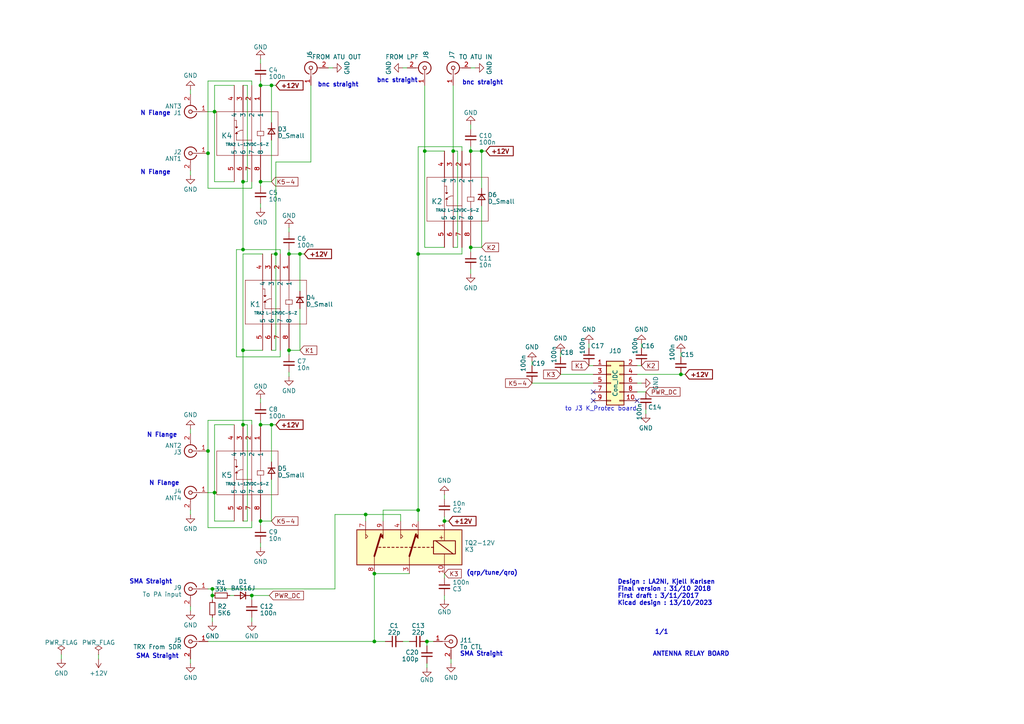
<source format=kicad_sch>
(kicad_sch (version 20230121) (generator eeschema)
  (paper "A4")
  (lib_symbols
    (symbol "Connector:Conn_Coaxial" (pin_names (offset 1.016) hide)
      (property "Reference" "J" (at 0.254 3.048 0))
      (property "Value" "Conn_Coaxial" (at 2.921 0 90))
      (symbol "Conn_Coaxial_0_1"
        (arc (start -1.778 -0.508) (mid 0.2311 -1.8066) (end 1.778 0) (stroke (width 0.254)))
        (polyline (pts (xy -2.54 0) (xy -0.508 0)))
        (polyline (pts (xy 0 -2.54) (xy 0 -1.778)))
        (circle (center 0 0) (radius 0.508) (stroke (width 0.2032)))
        (arc (start 1.778 0) (mid 0.2099 1.8101) (end -1.778 0.508) (stroke (width 0.254)))
      )
      (symbol "Conn_Coaxial_1_1"
        (pin passive line (at -5.08 0 0) (length 2.54) (name "In") (number "1"))
        (pin passive line (at 0 -5.08 90) (length 2.54) (name "Ext") (number "2"))
      )
    )
    (symbol "Connector_Generic:Conn_02x05_Odd_Even" (pin_names (offset 1.016) hide)
      (property "Reference" "J" (at 1.27 7.62 0))
      (property "Value" "Conn_02x05_Odd_Even" (at 1.27 -7.62 0))
      (symbol "Conn_02x05_Odd_Even_1_1"
        (rectangle (start -1.27 -4.953) (end 0 -5.207) (stroke (width 0.1524)))
        (rectangle (start -1.27 -2.413) (end 0 -2.667) (stroke (width 0.1524)))
        (rectangle (start -1.27 0.127) (end 0 -0.127) (stroke (width 0.1524)))
        (rectangle (start -1.27 2.667) (end 0 2.413) (stroke (width 0.1524)))
        (rectangle (start -1.27 5.207) (end 0 4.953) (stroke (width 0.1524)))
        (rectangle (start -1.27 6.35) (end 3.81 -6.35) (stroke (width 0.254)) (fill (type background)))
        (rectangle (start 3.81 -4.953) (end 2.54 -5.207) (stroke (width 0.1524)))
        (rectangle (start 3.81 -2.413) (end 2.54 -2.667) (stroke (width 0.1524)))
        (rectangle (start 3.81 0.127) (end 2.54 -0.127) (stroke (width 0.1524)))
        (rectangle (start 3.81 2.667) (end 2.54 2.413) (stroke (width 0.1524)))
        (rectangle (start 3.81 5.207) (end 2.54 4.953) (stroke (width 0.1524)))
        (pin passive line (at -5.08 5.08 0) (length 3.81) (name "Pin_1") (number "1"))
        (pin passive line (at 7.62 -5.08 180) (length 3.81) (name "Pin_10") (number "10"))
        (pin passive line (at 7.62 5.08 180) (length 3.81) (name "Pin_2") (number "2"))
        (pin passive line (at -5.08 2.54 0) (length 3.81) (name "Pin_3") (number "3"))
        (pin passive line (at 7.62 2.54 180) (length 3.81) (name "Pin_4") (number "4"))
        (pin passive line (at -5.08 0 0) (length 3.81) (name "Pin_5") (number "5"))
        (pin passive line (at 7.62 0 180) (length 3.81) (name "Pin_6") (number "6"))
        (pin passive line (at -5.08 -2.54 0) (length 3.81) (name "Pin_7") (number "7"))
        (pin passive line (at 7.62 -2.54 180) (length 3.81) (name "Pin_8") (number "8"))
        (pin passive line (at -5.08 -5.08 0) (length 3.81) (name "Pin_9") (number "9"))
      )
    )
    (symbol "Device:C_Small" (pin_numbers hide) (pin_names (offset 0.254) hide)
      (property "Reference" "C" (at 0.254 1.778 0))
      (property "Value" "C_Small" (at 0.254 -2.032 0))
      (symbol "C_Small_0_1"
        (polyline (pts (xy -1.524 -0.508) (xy 1.524 -0.508)) (stroke (width 0.3302)))
        (polyline (pts (xy -1.524 0.508) (xy 1.524 0.508)) (stroke (width 0.3048)))
      )
      (symbol "C_Small_1_1"
        (pin passive line (at 0 2.54 270) (length 2.032) (name "~") (number "1"))
        (pin passive line (at 0 -2.54 90) (length 2.032) (name "~") (number "2"))
      )
    )
    (symbol "Device:D_Small" (pin_numbers hide) (pin_names (offset 0.254) hide)
      (property "Reference" "D" (at -1.27 2.032 0))
      (property "Value" "D_Small" (at -3.81 -2.032 0))
      (symbol "D_Small_0_1"
        (polyline (pts (xy -0.762 -1.016) (xy -0.762 1.016)) (stroke (width 0.254)))
        (polyline (pts (xy -0.762 0) (xy 0.762 0)))
        (polyline (pts (xy 0.762 -1.016) (xy -0.762 0) (xy 0.762 1.016) (xy 0.762 -1.016)) (stroke (width 0.254)))
      )
      (symbol "D_Small_1_1"
        (pin passive line (at -2.54 0 0) (length 1.778) (name "K") (number "1"))
        (pin passive line (at 2.54 0 180) (length 1.778) (name "A") (number "2"))
      )
    )
    (symbol "Device:R_Small" (pin_numbers hide) (pin_names (offset 0.254) hide)
      (property "Reference" "R" (at 0.762 0.508 0))
      (property "Value" "R_Small" (at 0.762 -1.016 0))
      (symbol "R_Small_0_1"
        (rectangle (start -0.762 1.778) (end 0.762 -1.778) (stroke (width 0.2032)))
      )
      (symbol "R_Small_1_1"
        (pin passive line (at 0 2.54 270) (length 0.762) (name "~") (number "1"))
        (pin passive line (at 0 -2.54 90) (length 0.762) (name "~") (number "2"))
      )
    )
    (symbol "RELAY_G2R-1-E AC12:G2R-1-E_DC12" (pin_names (offset 0.254))
      (property "Reference" "K" (at 13.6525 9.8425 0))
      (property "Value" "G2R-1-E DC12" (at 20.32 7.62 0))
      (symbol "G2R-1-E_DC12_0_1"
        (polyline (pts (xy 7.62 -12.7) (xy 20.32 -12.7)) (stroke (width 0.127)))
        (polyline (pts (xy 7.62 -7.62) (xy 20.32 -7.62)) (stroke (width 0.127)))
        (polyline (pts (xy 7.62 -5.08) (xy 20.32 -5.08)) (stroke (width 0.127)))
        (polyline (pts (xy 7.62 -2.54) (xy 20.32 -2.54)) (stroke (width 0.127)))
        (polyline (pts (xy 7.62 0) (xy 13.335 0)) (stroke (width 0.127)))
        (polyline (pts (xy 7.62 5.08) (xy 7.62 -12.7)) (stroke (width 0.127)))
        (polyline (pts (xy 10.16 -7.62) (xy 10.16 -6.985)) (stroke (width 0.127)))
        (polyline (pts (xy 10.16 -6.985) (xy 12.065 -6.985)) (stroke (width 0.127)))
        (polyline (pts (xy 12.065 -7.3025) (xy 12.3825 -6.985)) (stroke (width 0.127)))
        (polyline (pts (xy 12.065 -6.6675) (xy 12.065 -7.3025)) (stroke (width 0.127)))
        (polyline (pts (xy 12.3825 -6.985) (xy 12.065 -6.6675)) (stroke (width 0.127)))
        (polyline (pts (xy 13.0175 -5.715) (xy 13.6525 -6.985)) (stroke (width 0.127)))
        (polyline (pts (xy 13.0175 -5.08) (xy 13.0175 -5.715)) (stroke (width 0.127)))
        (polyline (pts (xy 13.335 -0.9525) (xy 13.335 0)) (stroke (width 0.127)))
        (polyline (pts (xy 13.335 0) (xy 13.335 0.9525)) (stroke (width 0.127)))
        (polyline (pts (xy 13.335 0.9525) (xy 14.605 0.9525)) (stroke (width 0.127)))
        (polyline (pts (xy 13.6525 -6.985) (xy 13.97 -7.3025)) (stroke (width 0.127)))
        (polyline (pts (xy 13.6525 -6.985) (xy 13.97 -6.6675)) (stroke (width 0.127)))
        (polyline (pts (xy 13.97 -7.3025) (xy 13.97 -6.6675)) (stroke (width 0.127)))
        (polyline (pts (xy 13.97 -6.985) (xy 15.875 -6.985)) (stroke (width 0.127)))
        (polyline (pts (xy 14.605 -0.9525) (xy 13.335 -0.9525)) (stroke (width 0.127)))
        (polyline (pts (xy 14.605 0) (xy 20.32 0)) (stroke (width 0.127)))
        (polyline (pts (xy 14.605 0.9525) (xy 14.605 -0.9525)) (stroke (width 0.127)))
        (polyline (pts (xy 15.875 -6.985) (xy 15.875 -2.54)) (stroke (width 0.127)))
        (polyline (pts (xy 20.32 -12.7) (xy 20.32 5.08)) (stroke (width 0.127)))
        (polyline (pts (xy 20.32 5.08) (xy 7.62 5.08)) (stroke (width 0.127)))
        (polyline (pts (xy 12.065 -6.6675) (xy 12.3825 -6.985) (xy 12.065 -7.3025)) (fill (type outline)))
        (polyline (pts (xy 13.6525 -6.985) (xy 13.97 -6.6675) (xy 13.97 -7.3025)) (fill (type outline)))
        (pin unspecified line (at 0 0 0) (length 7.62) (name "1") (number "1"))
        (pin unspecified line (at 0 -2.54 0) (length 7.62) (name "2") (number "2"))
        (pin unspecified line (at 0 -5.08 0) (length 7.62) (name "3") (number "3"))
        (pin unspecified line (at 0 -7.62 0) (length 7.62) (name "4") (number "4"))
        (pin unspecified line (at 27.94 -7.62 180) (length 7.62) (name "5") (number "5"))
        (pin unspecified line (at 27.94 -5.08 180) (length 7.62) (name "6") (number "6"))
        (pin unspecified line (at 27.94 -2.54 180) (length 7.62) (name "7") (number "7"))
        (pin unspecified line (at 27.94 0 180) (length 7.62) (name "8") (number "8"))
      )
    )
    (symbol "Relay:G6H-2"
      (property "Reference" "K" (at 16.51 3.81 0))
      (property "Value" "G6H-2" (at 16.51 1.27 0))
      (symbol "G6H-2_0_0"
        (text "+" (at -9.271 2.921 0) (effects (font (size 1.27 1.27))))
      )
      (symbol "G6H-2_0_1"
        (rectangle (start -15.24 5.08) (end 15.24 -5.08) (stroke (width 0.254)) (fill (type background)))
        (rectangle (start -13.335 1.905) (end -6.985 -1.905) (stroke (width 0.254)))
        (polyline (pts (xy -12.7 -1.905) (xy -7.62 1.905)) (stroke (width 0.254)))
        (polyline (pts (xy -10.16 -5.08) (xy -10.16 -1.905)))
        (polyline (pts (xy -10.16 5.08) (xy -10.16 1.905)))
        (polyline (pts (xy -6.985 0) (xy -6.35 0)) (stroke (width 0.254)))
        (polyline (pts (xy -5.715 0) (xy -5.08 0)) (stroke (width 0.254)))
        (polyline (pts (xy -4.445 0) (xy -3.81 0)) (stroke (width 0.254)))
        (polyline (pts (xy -3.175 0) (xy -2.54 0)) (stroke (width 0.254)))
        (polyline (pts (xy -1.905 0) (xy -1.27 0)) (stroke (width 0.254)))
        (polyline (pts (xy -0.635 0) (xy 0 0)) (stroke (width 0.254)))
        (polyline (pts (xy 0 -2.54) (xy -1.905 3.81)) (stroke (width 0.508)))
        (polyline (pts (xy 0 -2.54) (xy 0 -5.08)))
        (polyline (pts (xy 0.635 0) (xy 1.27 0)) (stroke (width 0.254)))
        (polyline (pts (xy 1.905 0) (xy 2.54 0)) (stroke (width 0.254)))
        (polyline (pts (xy 3.175 0) (xy 3.81 0)) (stroke (width 0.254)))
        (polyline (pts (xy 4.445 0) (xy 5.08 0)) (stroke (width 0.254)))
        (polyline (pts (xy 5.715 0) (xy 6.35 0)) (stroke (width 0.254)))
        (polyline (pts (xy 6.985 0) (xy 7.62 0)) (stroke (width 0.254)))
        (polyline (pts (xy 8.255 0) (xy 8.89 0)) (stroke (width 0.254)))
        (polyline (pts (xy 10.16 -2.54) (xy 8.255 3.81)) (stroke (width 0.508)))
        (polyline (pts (xy 10.16 -2.54) (xy 10.16 -5.08)))
        (polyline (pts (xy -2.54 5.08) (xy -2.54 2.54) (xy -1.905 3.175) (xy -2.54 3.81)) (fill (type outline)))
        (polyline (pts (xy 2.54 5.08) (xy 2.54 2.54) (xy 1.905 3.175) (xy 2.54 3.81)))
        (polyline (pts (xy 7.62 5.08) (xy 7.62 2.54) (xy 8.255 3.175) (xy 7.62 3.81)) (fill (type outline)))
        (polyline (pts (xy 12.7 5.08) (xy 12.7 2.54) (xy 12.065 3.175) (xy 12.7 3.81)))
      )
      (symbol "G6H-2_1_1"
        (pin passive line (at -10.16 7.62 270) (length 2.54) (name "~") (number "1"))
        (pin passive line (at -10.16 -7.62 90) (length 2.54) (name "~") (number "10"))
        (pin passive line (at -2.54 7.62 270) (length 2.54) (name "~") (number "2"))
        (pin passive line (at 0 -7.62 90) (length 2.54) (name "~") (number "3"))
        (pin passive line (at 2.54 7.62 270) (length 2.54) (name "~") (number "4"))
        (pin no_connect line (at 5.08 -5.08 90) (length 2.54) hide (name "NC") (number "5"))
        (pin no_connect line (at 2.54 -5.08 90) (length 2.54) hide (name "NC") (number "6"))
        (pin passive line (at 12.7 7.62 270) (length 2.54) (name "~") (number "7"))
        (pin passive line (at 10.16 -7.62 90) (length 2.54) (name "~") (number "8"))
        (pin passive line (at 7.62 7.62 270) (length 2.54) (name "~") (number "9"))
      )
    )
    (symbol "power:+12V" (power) (pin_names (offset 0))
      (property "Value" "+12V" (at 0 3.556 0))
      (symbol "+12V_0_1"
        (polyline (pts (xy -0.762 1.27) (xy 0 2.54)))
        (polyline (pts (xy 0 0) (xy 0 2.54)))
        (polyline (pts (xy 0 2.54) (xy 0.762 1.27)))
      )
      (symbol "+12V_1_1"
        (pin power_in line (at 0 0 90) (length 0) hide (name "+12V") (number "1"))
      )
    )
    (symbol "power:GND" (power) (pin_names (offset 0))
      (property "Value" "GND" (at 0 -3.81 0))
      (symbol "GND_0_1"
        (polyline (pts (xy 0 0) (xy 0 -1.27) (xy 1.27 -1.27) (xy 0 -2.54) (xy -1.27 -1.27) (xy 0 -1.27)))
      )
      (symbol "GND_1_1"
        (pin power_in line (at 0 0 270) (length 0) hide (name "GND") (number "1"))
      )
    )
    (symbol "power:PWR_FLAG" (power) (pin_numbers hide) (pin_names (offset 0) hide)
      (property "Value" "PWR_FLAG" (at 0 3.81 0))
      (symbol "PWR_FLAG_0_0"
        (pin power_out line (at 0 0 90) (length 0) (name "pwr") (number "1"))
      )
      (symbol "PWR_FLAG_0_1"
        (polyline (pts (xy 0 0) (xy 0 1.27) (xy -1.016 1.905) (xy 0 2.54) (xy 1.016 1.905) (xy 0 1.27)))
      )
    )
  )
  (junction (at 108.585 166.37))
  (junction (at 62.23 32.385))
  (junction (at 108.585 186.055))
  (junction (at 131.445 43.815))
  (junction (at 62.23 142.875))
  (junction (at 83.82 101.6))
  (junction (at 106.045 149.225))
  (junction (at 78.74 24.765))
  (junction (at 61.595 172.72))
  (junction (at 139.7 43.815))
  (junction (at 128.905 151.13))
  (junction (at 80.01 73.66))
  (junction (at 75.565 151.13))
  (junction (at 86.995 73.66))
  (junction (at 70.485 52.705))
  (junction (at 61.595 170.815))
  (junction (at 75.565 52.705))
  (junction (at 121.285 147.955))
  (junction (at 70.485 72.39))
  (junction (at 73.025 172.72))
  (junction (at 123.19 43.815))
  (junction (at 121.285 73.66))
  (junction (at 60.325 130.81))
  (junction (at 60.325 44.45))
  (junction (at 83.82 73.66))
  (junction (at 123.825 186.055))
  (junction (at 136.525 71.755))
  (junction (at 75.565 24.765))
  (junction (at 78.74 123.19))
  (junction (at 70.485 123.19))
  (junction (at 136.525 43.815))
  (junction (at 70.485 101.6))
  (junction (at 75.565 123.19))
  (junction (at 197.485 108.585))
  (no_connect (at 184.785 116.205))
  (no_connect (at 172.085 113.665))
  (no_connect (at 172.085 116.205))
  (wire (pts (xy 81.28 103.505) (xy 68.58 103.505)))
  (wire (pts (xy 70.485 73.66) (xy 70.485 101.6)))
  (wire (pts (xy 81.28 72.39) (xy 81.28 73.66)))
  (wire (pts (xy 70.485 101.6) (xy 70.485 123.19)))
  (wire (pts (xy 71.755 52.705) (xy 71.755 24.765)))
  (wire (pts (xy 108.585 186.055) (xy 108.585 166.37)))
  (wire (pts (xy 123.19 24.765) (xy 123.19 43.815)))
  (wire (pts (xy 97.155 149.225) (xy 106.045 149.225)))
  (wire (pts (xy 70.485 151.13) (xy 71.755 151.13)))
  (wire (pts (xy 75.565 157.48) (xy 75.565 158.75)))
  (wire (pts (xy 70.485 52.705) (xy 70.485 72.39)))
  (wire (pts (xy 86.995 84.455) (xy 86.995 73.66)))
  (wire (pts (xy 118.11 19.685) (xy 116.84 19.685)))
  (wire (pts (xy 170.815 106.045) (xy 172.085 106.045)))
  (wire (pts (xy 80.01 101.6) (xy 80.01 73.66)))
  (wire (pts (xy 61.595 179.07) (xy 61.595 180.34)))
  (wire (pts (xy 62.23 24.765) (xy 62.23 32.385)))
  (wire (pts (xy 83.82 101.6) (xy 83.82 102.87)))
  (wire (pts (xy 128.905 144.78) (xy 128.905 143.51)))
  (wire (pts (xy 60.325 130.81) (xy 60.325 153.035)))
  (wire (pts (xy 78.74 139.065) (xy 78.74 151.13)))
  (wire (pts (xy 75.565 121.92) (xy 75.565 123.19)))
  (wire (pts (xy 116.84 186.055) (xy 118.745 186.055)))
  (wire (pts (xy 78.74 123.19) (xy 80.01 123.19)))
  (wire (pts (xy 60.325 170.815) (xy 61.595 170.815)))
  (wire (pts (xy 184.785 111.125) (xy 186.055 111.125)))
  (wire (pts (xy 75.565 59.055) (xy 75.565 60.325)))
  (wire (pts (xy 80.01 46.99) (xy 90.17 46.99)))
  (wire (pts (xy 184.785 113.665) (xy 187.325 113.665)))
  (wire (pts (xy 111.125 147.955) (xy 111.125 151.13)))
  (wire (pts (xy 80.01 73.66) (xy 80.01 46.99)))
  (wire (pts (xy 78.74 24.765) (xy 80.01 24.765)))
  (wire (pts (xy 67.945 123.19) (xy 62.23 123.19)))
  (wire (pts (xy 170.815 100.965) (xy 170.815 99.695)))
  (wire (pts (xy 136.525 36.195) (xy 136.525 37.465)))
  (wire (pts (xy 55.245 191.135) (xy 55.245 192.405)))
  (wire (pts (xy 121.285 73.66) (xy 121.285 42.545)))
  (wire (pts (xy 130.81 191.135) (xy 130.81 192.405)))
  (wire (pts (xy 186.055 100.965) (xy 186.055 99.695)))
  (wire (pts (xy 55.245 27.305) (xy 55.245 26.035)))
  (wire (pts (xy 78.74 35.56) (xy 78.74 24.765)))
  (wire (pts (xy 128.905 167.64) (xy 128.905 166.37)))
  (wire (pts (xy 78.74 40.64) (xy 78.74 52.705)))
  (wire (pts (xy 60.325 186.055) (xy 108.585 186.055)))
  (wire (pts (xy 139.7 43.815) (xy 140.97 43.815)))
  (wire (pts (xy 136.525 42.545) (xy 136.525 43.815)))
  (wire (pts (xy 123.19 43.815) (xy 123.19 71.755)))
  (wire (pts (xy 133.985 73.66) (xy 121.285 73.66)))
  (wire (pts (xy 70.485 52.705) (xy 71.755 52.705)))
  (wire (pts (xy 132.715 71.755) (xy 132.715 43.815)))
  (wire (pts (xy 162.56 108.585) (xy 172.085 108.585)))
  (wire (pts (xy 86.995 73.66) (xy 88.265 73.66)))
  (wire (pts (xy 60.325 32.385) (xy 62.23 32.385)))
  (wire (pts (xy 73.025 52.705) (xy 73.025 54.61)))
  (wire (pts (xy 80.01 73.66) (xy 78.74 73.66)))
  (wire (pts (xy 61.595 170.815) (xy 97.155 170.815)))
  (wire (pts (xy 197.485 108.585) (xy 198.755 108.585)))
  (wire (pts (xy 78.74 24.765) (xy 75.565 24.765)))
  (wire (pts (xy 97.155 170.815) (xy 97.155 149.225)))
  (wire (pts (xy 55.245 125.73) (xy 55.245 124.46)))
  (wire (pts (xy 68.58 72.39) (xy 70.485 72.39)))
  (wire (pts (xy 62.23 142.875) (xy 62.23 151.13)))
  (wire (pts (xy 75.565 115.57) (xy 75.565 116.84)))
  (wire (pts (xy 75.565 151.13) (xy 75.565 152.4)))
  (wire (pts (xy 71.755 151.13) (xy 71.755 123.19)))
  (wire (pts (xy 73.025 179.07) (xy 73.025 180.34)))
  (wire (pts (xy 62.23 52.705) (xy 67.945 52.705)))
  (wire (pts (xy 62.23 123.19) (xy 62.23 142.875)))
  (wire (pts (xy 121.285 147.955) (xy 111.125 147.955)))
  (wire (pts (xy 184.785 106.045) (xy 186.055 106.045)))
  (wire (pts (xy 86.995 89.535) (xy 86.995 101.6)))
  (wire (pts (xy 60.325 121.92) (xy 60.325 130.81)))
  (wire (pts (xy 55.245 147.955) (xy 55.245 149.225)))
  (wire (pts (xy 83.82 72.39) (xy 83.82 73.66)))
  (wire (pts (xy 73.025 54.61) (xy 60.325 54.61)))
  (wire (pts (xy 133.985 71.755) (xy 133.985 73.66)))
  (wire (pts (xy 139.7 59.69) (xy 139.7 71.755)))
  (wire (pts (xy 154.305 111.125) (xy 172.085 111.125)))
  (wire (pts (xy 121.285 147.955) (xy 121.285 151.13)))
  (wire (pts (xy 128.905 173.99) (xy 128.905 172.72)))
  (wire (pts (xy 187.325 118.745) (xy 187.325 120.015)))
  (wire (pts (xy 60.325 44.45) (xy 60.325 54.61)))
  (wire (pts (xy 73.025 172.72) (xy 78.105 172.72)))
  (wire (pts (xy 123.19 71.755) (xy 128.905 71.755)))
  (wire (pts (xy 90.17 24.765) (xy 90.17 46.99)))
  (wire (pts (xy 162.56 103.505) (xy 162.56 102.235)))
  (wire (pts (xy 136.525 71.755) (xy 136.525 73.025)))
  (wire (pts (xy 108.585 166.37) (xy 118.745 166.37)))
  (wire (pts (xy 132.715 43.815) (xy 131.445 43.815)))
  (wire (pts (xy 70.485 101.6) (xy 76.2 101.6)))
  (wire (pts (xy 78.74 123.19) (xy 75.565 123.19)))
  (wire (pts (xy 68.58 103.505) (xy 68.58 72.39)))
  (wire (pts (xy 108.585 186.055) (xy 111.76 186.055)))
  (wire (pts (xy 154.305 106.045) (xy 154.305 104.775)))
  (wire (pts (xy 60.325 142.875) (xy 62.23 142.875)))
  (wire (pts (xy 78.74 133.985) (xy 78.74 123.19)))
  (wire (pts (xy 139.7 71.755) (xy 136.525 71.755)))
  (wire (pts (xy 197.485 103.505) (xy 197.485 102.235)))
  (wire (pts (xy 66.675 172.72) (xy 67.945 172.72)))
  (wire (pts (xy 60.325 121.92) (xy 73.025 121.92)))
  (wire (pts (xy 62.23 32.385) (xy 62.23 52.705)))
  (wire (pts (xy 78.74 52.705) (xy 75.565 52.705)))
  (wire (pts (xy 116.205 151.13) (xy 116.205 149.225)))
  (wire (pts (xy 121.285 73.66) (xy 121.285 147.955)))
  (wire (pts (xy 128.905 151.13) (xy 128.905 149.86)))
  (wire (pts (xy 131.445 24.765) (xy 131.445 43.815)))
  (wire (pts (xy 78.74 151.13) (xy 75.565 151.13)))
  (wire (pts (xy 131.445 71.755) (xy 132.715 71.755)))
  (wire (pts (xy 55.245 175.895) (xy 55.245 177.165)))
  (wire (pts (xy 78.74 101.6) (xy 80.01 101.6)))
  (wire (pts (xy 95.25 19.685) (xy 96.52 19.685)))
  (wire (pts (xy 116.205 149.225) (xy 106.045 149.225)))
  (wire (pts (xy 60.325 23.495) (xy 60.325 44.45)))
  (wire (pts (xy 184.785 108.585) (xy 197.485 108.585)))
  (wire (pts (xy 62.23 151.13) (xy 67.945 151.13)))
  (wire (pts (xy 73.025 23.495) (xy 73.025 24.765)))
  (wire (pts (xy 128.905 151.13) (xy 130.175 151.13)))
  (wire (pts (xy 121.285 42.545) (xy 133.985 42.545)))
  (wire (pts (xy 76.2 73.66) (xy 70.485 73.66)))
  (wire (pts (xy 128.905 43.815) (xy 123.19 43.815)))
  (wire (pts (xy 75.565 17.145) (xy 75.565 18.415)))
  (wire (pts (xy 73.025 121.92) (xy 73.025 123.19)))
  (wire (pts (xy 73.025 151.13) (xy 73.025 153.035)))
  (wire (pts (xy 106.045 149.225) (xy 106.045 151.13)))
  (wire (pts (xy 123.825 186.055) (xy 125.73 186.055)))
  (wire (pts (xy 123.825 193.675) (xy 123.825 192.405)))
  (wire (pts (xy 136.525 78.105) (xy 136.525 79.375)))
  (wire (pts (xy 83.82 107.95) (xy 83.82 109.22)))
  (wire (pts (xy 136.525 19.685) (xy 137.795 19.685)))
  (wire (pts (xy 123.825 186.055) (xy 123.825 187.325)))
  (wire (pts (xy 139.7 54.61) (xy 139.7 43.815)))
  (wire (pts (xy 73.025 153.035) (xy 60.325 153.035)))
  (wire (pts (xy 83.82 66.04) (xy 83.82 67.31)))
  (wire (pts (xy 71.755 24.765) (xy 70.485 24.765)))
  (wire (pts (xy 70.485 72.39) (xy 81.28 72.39)))
  (wire (pts (xy 61.595 170.815) (xy 61.595 172.72)))
  (wire (pts (xy 81.28 101.6) (xy 81.28 103.505)))
  (wire (pts (xy 67.945 24.765) (xy 62.23 24.765)))
  (wire (pts (xy 71.755 123.19) (xy 70.485 123.19)))
  (wire (pts (xy 75.565 52.705) (xy 75.565 53.975)))
  (wire (pts (xy 86.995 73.66) (xy 83.82 73.66)))
  (wire (pts (xy 133.985 42.545) (xy 133.985 43.815)))
  (wire (pts (xy 55.245 49.53) (xy 55.245 50.8)))
  (wire (pts (xy 61.595 172.72) (xy 61.595 173.99)))
  (wire (pts (xy 75.565 23.495) (xy 75.565 24.765)))
  (wire (pts (xy 139.7 43.815) (xy 136.525 43.815)))
  (wire (pts (xy 28.575 189.865) (xy 28.575 191.135)))
  (wire (pts (xy 60.325 23.495) (xy 73.025 23.495)))
  (wire (pts (xy 17.78 189.865) (xy 17.78 191.135)))
  (wire (pts (xy 73.025 172.72) (xy 73.025 173.99)))
  (wire (pts (xy 86.995 101.6) (xy 83.82 101.6)))
  (text "to J3 K_Protec board" (at 163.83 119.38 0) (effects (font (size 1.27 1.27)) (justify left bottom)))
  (text "N Flange" (at 40.64 50.8 0) (effects (font (size 1.27 1.27) (thickness 0.254) bold) (justify left bottom)))
  (text "bnc straight" (at 109.22 24.13 0) (effects (font (size 1.27 1.27) (thickness 0.254) bold) (justify left bottom)))
  (text "N Flange" (at 42.545 127 0) (effects (font (size 1.27 1.27) (thickness 0.254) bold) (justify left bottom)))
  (text "bnc straight" (at 133.985 24.765 0) (effects (font (size 1.27 1.27) (thickness 0.254) bold) (justify left bottom)))
  (text "SMA Straight" (at 133.35 190.5 0) (effects (font (size 1.27 1.27) bold) (justify left bottom)))
  (text "1/1" (at 189.865 184.15 0) (effects (font (size 1.27 1.27) bold) (justify left bottom)))
  (text "Design : LA2NI, Kjell Karlsen\nFinal version : 31/10 2018\nFirst draft : 3/11/2017\nKicad design : 13/10/2023\n\n" (at 179.07 177.8 0) (effects (font (size 1.27 1.27) bold) (justify left bottom)))
  (text "(qrp/tune/qro)" (at 135.255 167.005 0) (effects (font (size 1.27 1.27) bold) (justify left bottom)))
  (text "SMA Straight" (at 39.37 191.135 0) (effects (font (size 1.27 1.27) bold) (justify left bottom)))
  (text "ANTENNA RELAY BOARD" (at 189.23 190.5 0) (effects (font (size 1.27 1.27) (thickness 0.254) bold) (justify left bottom)))
  (text "N Flange" (at 43.18 140.97 0) (effects (font (size 1.27 1.27) (thickness 0.254) bold) (justify left bottom)))
  (text "bnc straight" (at 92.075 25.4 0) (effects (font (size 1.27 1.27) (thickness 0.254) bold) (justify left bottom)))
  (text "SMA Straight" (at 37.465 169.545 0) (effects (font (size 1.27 1.27) bold) (justify left bottom)))
  (text "N Flange" (at 40.64 33.655 0) (effects (font (size 1.27 1.27) (thickness 0.254) bold) (justify left bottom)))
  (global_label "K2" (shape input) (at 139.7 71.755 0) (property "Intersheetrefs" "${INTERSHEET_REFS}" (effects hide)))
  (global_label "K3" (shape input) (at 128.905 166.37 0) (property "Intersheetrefs" "${INTERSHEET_REFS}" (effects hide)))
  (global_label "+12V" (shape input) (at 88.265 73.66 0) (effects (font bold)) (property "Intersheetrefs" "${INTERSHEET_REFS}" (effects hide)))
  (global_label "K1" (shape input) (at 170.815 106.045 180) (property "Intersheetrefs" "${INTERSHEET_REFS}" (effects hide)))
  (global_label "K1" (shape input) (at 86.995 101.6 0) (property "Intersheetrefs" "${INTERSHEET_REFS}" (effects hide)))
  (global_label "K5-4" (shape input) (at 78.74 151.13 0) (property "Intersheetrefs" "${INTERSHEET_REFS}" (effects hide)))
  (global_label "K2" (shape input) (at 186.055 106.045 0) (property "Intersheetrefs" "${INTERSHEET_REFS}" (effects hide)))
  (global_label "+12V" (shape input) (at 80.01 24.765 0) (effects (font bold)) (property "Intersheetrefs" "${INTERSHEET_REFS}" (effects hide)))
  (global_label "PWR_DC" (shape input) (at 78.105 172.72 0) (property "Intersheetrefs" "${INTERSHEET_REFS}" (effects hide)))
  (global_label "K3" (shape input) (at 162.56 108.585 180) (property "Intersheetrefs" "${INTERSHEET_REFS}" (effects hide)))
  (global_label "PWR_DC" (shape input) (at 187.325 113.665 0) (property "Intersheetrefs" "${INTERSHEET_REFS}" (effects hide)))
  (global_label "+12V" (shape input) (at 140.97 43.815 0) (effects (font bold)) (property "Intersheetrefs" "${INTERSHEET_REFS}" (effects hide)))
  (global_label "K5-4" (shape input) (at 78.74 52.705 0) (property "Intersheetrefs" "${INTERSHEET_REFS}" (effects hide)))
  (global_label "+12V" (shape input) (at 80.01 123.19 0) (effects (font bold)) (property "Intersheetrefs" "${INTERSHEET_REFS}" (effects hide)))
  (global_label "+12V" (shape input) (at 130.175 151.13 0) (effects (font bold)) (property "Intersheetrefs" "${INTERSHEET_REFS}" (effects hide)))
  (global_label "K5-4" (shape input) (at 154.305 111.125 180) (property "Intersheetrefs" "${INTERSHEET_REFS}" (effects hide)))
  (global_label "+12V" (shape input) (at 198.755 108.585 0) (effects (font bold)) (property "Intersheetrefs" "${INTERSHEET_REFS}" (effects hide)))
  (symbol (lib_id "Device:C_Small") (at 197.485 106.045 180) (unit 1)
    (property "Reference" "C15" (at 201.295 102.87 0) (effects (justify left)))
    (property "Value" "100n" (at 194.945 99.695 90) (effects (justify left)))
    (property "Footprint" "Capacitor_SMD:C_0805_2012Metric_Pad1.18x1.45mm_HandSolder" (effects hide))
  )
  (symbol (lib_id "Device:C_Small") (at 187.325 116.205 0) (unit 1)
    (property "Reference" "C14" (at 187.96 118.11 0) (effects (justify left)))
    (property "Value" "100n" (at 185.42 121.92 90) (effects (justify left)))
    (property "Footprint" "Capacitor_SMD:C_0805_2012Metric_Pad1.18x1.45mm_HandSolder" (effects hide))
  )
  (symbol (lib_id "Device:C_Small") (at 136.525 75.565 0) (unit 1)
    (property "Reference" "C11" (at 138.8491 74.9276 0) (effects (justify left)))
    (property "Value" "10n" (at 138.8491 76.8486 0) (effects (justify left)))
    (property "Footprint" "Capacitor_SMD:C_0805_2012Metric_Pad1.18x1.45mm_HandSolder" (effects hide))
  )
  (symbol (lib_id "power:GND") (at 61.595 180.34 0) (unit 1)
    (property "Reference" "#PWR026" (effects hide))
    (property "Value" "GND" (at 61.595 184.4755 0))
  )
  (symbol (lib_id "power:GND") (at 55.245 177.165 0) (unit 1)
    (property "Reference" "#PWR023" (effects hide))
    (property "Value" "GND" (at 55.245 181.3005 0))
  )
  (symbol (lib_id "power:GND") (at 73.025 180.34 0) (unit 1)
    (property "Reference" "#PWR027" (effects hide))
    (property "Value" "GND" (at 73.025 184.4755 0))
  )
  (symbol (lib_id "power:GND") (at 17.78 191.135 0) (unit 1)
    (property "Reference" "#PWR08" (effects hide))
    (property "Value" "GND" (at 17.78 195.2705 0))
  )
  (symbol (lib_id "Device:C_Small") (at 170.815 103.505 180) (unit 1)
    (property "Reference" "C17" (at 175.26 100.33 0) (effects (justify left)))
    (property "Value" "100n" (at 168.91 97.79 90) (effects (justify left)))
    (property "Footprint" "Capacitor_SMD:C_0805_2012Metric_Pad1.18x1.45mm_HandSolder" (effects hide))
  )
  (symbol (lib_id "Device:D_Small") (at 139.7 57.15 270) (unit 1)
    (property "Reference" "D6" (at 141.478 56.5063 90) (effects (justify left)))
    (property "Value" "D_Small" (at 141.478 58.4273 90) (effects (justify left)))
    (property "Footprint" "Diode_SMD:D_SOD-323_HandSoldering" (effects hide))
    (property "Sim.Device" "D" (effects hide))
    (property "Sim.Pins" "1=K 2=A" (effects hide))
  )
  (symbol (lib_id "power:GND") (at 128.905 143.51 0) (mirror x) (unit 1)
    (property "Reference" "#PWR011" (effects hide))
    (property "Value" "GND" (at 128.905 139.3745 0))
  )
  (symbol (lib_id "power:GND") (at 55.245 192.405 0) (unit 1)
    (property "Reference" "#PWR022" (effects hide))
    (property "Value" "GND" (at 55.245 196.5405 0))
  )
  (symbol (lib_id "Device:R_Small") (at 61.595 176.53 180) (unit 1)
    (property "Reference" "R2" (at 63.0936 175.8863 0) (effects (justify right)))
    (property "Value" "5K6" (at 63.0936 177.8073 0) (effects (justify right)))
    (property "Footprint" "Resistor_SMD:R_0805_2012Metric_Pad1.20x1.40mm_HandSolder" (effects hide))
  )
  (symbol (lib_id "power:GND") (at 128.905 173.99 0) (mirror y) (unit 1)
    (property "Reference" "#PWR012" (effects hide))
    (property "Value" "GND" (at 128.905 177.4919 0))
  )
  (symbol (lib_id "power:GND") (at 123.825 193.675 0) (mirror y) (unit 1)
    (property "Reference" "#PWR01" (effects hide))
    (property "Value" "GND" (at 123.825 197.1769 0))
  )
  (symbol (lib_id "Connector:Conn_Coaxial") (at 55.245 130.81 180) (unit 1)
    (property "Reference" "J3" (at 52.7049 131.1605 0) (effects (justify left)))
    (property "Value" "ANT2" (at 52.7049 129.2395 0) (effects (justify left)))
    (property "Footprint" "Conn_N:Coaxial_N_Flange" (effects hide))
    (property "Datasheet" " ~" (effects hide))
  )
  (symbol (lib_id "power:GND") (at 136.525 36.195 180) (unit 1)
    (property "Reference" "#PWR019" (effects hide))
    (property "Value" "GND" (at 136.525 32.6931 0))
  )
  (symbol (lib_id "Relay:G6H-2") (at 118.745 158.75 0) (mirror y) (unit 1)
    (property "Reference" "K3" (at 134.747 159.3937 0) (effects (justify right)))
    (property "Value" "TQ2-12V" (at 134.747 157.4727 0) (effects (justify right)))
    (property "Footprint" "TQ2-12V:DIPS762W80P254L1400H530Q10N" (effects hide))
    (property "Datasheet" "http://cdn-reichelt.de/documents/datenblatt/C300/G6H%23OMR.pdf" (effects hide))
  )
  (symbol (lib_id "Device:C_Small") (at 186.055 103.505 180) (unit 1)
    (property "Reference" "C16" (at 189.865 100.33 0) (effects (justify left)))
    (property "Value" "100n" (at 184.15 97.79 90) (effects (justify left)))
    (property "Footprint" "Capacitor_SMD:C_0805_2012Metric_Pad1.18x1.45mm_HandSolder" (effects hide))
  )
  (symbol (lib_id "Device:D_Small") (at 78.74 38.1 270) (unit 1)
    (property "Reference" "D3" (at 80.518 37.4563 90) (effects (justify left)))
    (property "Value" "D_Small" (at 80.518 39.3773 90) (effects (justify left)))
    (property "Footprint" "Diode_SMD:D_SOD-323_HandSoldering" (effects hide))
    (property "Sim.Device" "D" (effects hide))
    (property "Sim.Pins" "1=K 2=A" (effects hide))
  )
  (symbol (lib_id "Device:D_Small") (at 86.995 86.995 270) (unit 1)
    (property "Reference" "D4" (at 88.773 86.3513 90) (effects (justify left)))
    (property "Value" "D_Small" (at 88.773 88.2723 90) (effects (justify left)))
    (property "Footprint" "Diode_SMD:D_SOD-323_HandSoldering" (effects hide))
    (property "Sim.Device" "D" (effects hide))
    (property "Sim.Pins" "1=K 2=A" (effects hide))
  )
  (symbol (lib_id "Device:C_Small") (at 128.905 147.32 0) (mirror x) (unit 1)
    (property "Reference" "C2" (at 131.2291 147.9574 0) (effects (justify left)))
    (property "Value" "10n" (at 131.2291 146.0364 0) (effects (justify left)))
    (property "Footprint" "Capacitor_SMD:C_0805_2012Metric_Pad1.18x1.45mm_HandSolder" (effects hide))
  )
  (symbol (lib_id "power:GND") (at 162.56 102.235 180) (unit 1)
    (property "Reference" "#PWR033" (effects hide))
    (property "Value" "GND" (at 162.56 98.0995 0))
  )
  (symbol (lib_id "Device:C_Small") (at 75.565 154.94 0) (unit 1)
    (property "Reference" "C9" (at 77.8891 154.3026 0) (effects (justify left)))
    (property "Value" "10n" (at 77.8891 156.2236 0) (effects (justify left)))
    (property "Footprint" "Capacitor_SMD:C_0805_2012Metric_Pad1.18x1.45mm_HandSolder" (effects hide))
  )
  (symbol (lib_id "Connector:Conn_Coaxial") (at 55.245 32.385 180) (unit 1)
    (property "Reference" "J1" (at 52.7049 32.7355 0) (effects (justify left)))
    (property "Value" "ANT3" (at 52.7049 30.8145 0) (effects (justify left)))
    (property "Footprint" "Conn_N:Coaxial_N_Flange" (effects hide))
    (property "Datasheet" " ~" (effects hide))
  )
  (symbol (lib_id "power:GND") (at 83.82 109.22 0) (unit 1)
    (property "Reference" "#PWR016" (effects hide))
    (property "Value" "GND" (at 83.82 113.3555 0))
  )
  (symbol (lib_id "Device:C_Small") (at 154.305 108.585 180) (unit 1)
    (property "Reference" "C19" (at 158.115 105.41 0) (effects (justify left)))
    (property "Value" "100n" (at 151.765 102.87 90) (effects (justify left)))
    (property "Footprint" "Capacitor_SMD:C_0805_2012Metric_Pad1.18x1.45mm_HandSolder" (effects hide))
  )
  (symbol (lib_id "Device:C_Small") (at 83.82 69.85 180) (unit 1)
    (property "Reference" "C6" (at 86.1441 69.1999 0) (effects (justify right)))
    (property "Value" "100n" (at 86.1441 71.1209 0) (effects (justify right)))
    (property "Footprint" "Capacitor_SMD:C_0805_2012Metric_Pad1.18x1.45mm_HandSolder" (effects hide))
  )
  (symbol (lib_id "RELAY_G2R-1-E AC12:G2R-1-E_DC12") (at 75.565 123.19 270) (unit 1)
    (property "Reference" "K5" (at 64.135 137.795 90) (effects (font (size 1.524 1.524)) (justify left)))
    (property "Value" "TRA2 L-12VDC-S-Z" (at 65.405 140.335 90) (effects (font (size 0.8 0.8)) (justify left)))
    (property "Footprint" "RELAY_G2R-1-E AC12:RELAY_G2R-1-E AC12" (effects hide))
    (property "Datasheet" "G2R-1-E DC12" (effects hide))
  )
  (symbol (lib_id "power:+12V") (at 28.575 191.135 180) (unit 1)
    (property "Reference" "#PWR09" (effects hide))
    (property "Value" "+12V" (at 28.575 195.2705 0))
  )
  (symbol (lib_id "power:GND") (at 116.84 19.685 270) (unit 1)
    (property "Reference" "#PWR025" (effects hide))
    (property "Value" "GND" (at 112.7045 19.685 0))
  )
  (symbol (lib_id "Connector:Conn_Coaxial") (at 55.245 142.875 0) (mirror y) (unit 1)
    (property "Reference" "J4" (at 52.7049 142.5245 0) (effects (justify left)))
    (property "Value" "ANT4" (at 52.7049 144.4455 0) (effects (justify left)))
    (property "Footprint" "Conn_N:Coaxial_N_Flange" (effects hide))
    (property "Datasheet" " ~" (effects hide))
  )
  (symbol (lib_id "Device:C_Small") (at 114.3 186.055 90) (mirror x) (unit 1)
    (property "Reference" "C1" (at 114.3063 181.483 90))
    (property "Value" "22p" (at 114.3063 183.404 90))
    (property "Footprint" "Capacitor_SMD:C_0805_2012Metric_Pad1.18x1.45mm_HandSolder" (effects hide))
  )
  (symbol (lib_id "Device:C_Small") (at 121.285 186.055 90) (mirror x) (unit 1)
    (property "Reference" "C13" (at 121.2913 181.483 90))
    (property "Value" "22p" (at 121.2913 183.404 90))
    (property "Footprint" "Capacitor_SMD:C_0805_2012Metric_Pad1.18x1.45mm_HandSolder" (effects hide))
  )
  (symbol (lib_id "power:GND") (at 136.525 79.375 0) (unit 1)
    (property "Reference" "#PWR020" (effects hide))
    (property "Value" "GND" (at 136.525 83.5105 0))
  )
  (symbol (lib_id "Connector:Conn_Coaxial") (at 90.17 19.685 90) (unit 1)
    (property "Reference" "J6" (at 89.8195 17.1449 0) (effects (justify left)))
    (property "Value" "FROM ATU OUT" (at 104.775 16.51 90) (effects (justify left)))
    (property "Footprint" "BNC_Amphenol_031-5329-51RFX:BNC_Amphenol_031532951RFX" (effects hide))
    (property "Datasheet" " ~" (effects hide))
  )
  (symbol (lib_id "Connector:Conn_Coaxial") (at 55.245 170.815 0) (mirror y) (unit 1)
    (property "Reference" "J9" (at 52.7049 170.4645 0) (effects (justify left)))
    (property "Value" "To PA input" (at 52.7049 172.3855 0) (effects (justify left)))
    (property "Footprint" "SMA_PINS:SMA_PINS" (effects hide))
    (property "Datasheet" " ~" (effects hide))
  )
  (symbol (lib_id "power:GND") (at 186.055 111.125 90) (unit 1)
    (property "Reference" "#PWR029" (effects hide))
    (property "Value" "GND" (at 190.1905 111.125 0))
  )
  (symbol (lib_id "Device:C_Small") (at 136.525 40.005 180) (unit 1)
    (property "Reference" "C10" (at 138.8491 39.3549 0) (effects (justify right)))
    (property "Value" "100n" (at 138.8491 41.2759 0) (effects (justify right)))
    (property "Footprint" "Capacitor_SMD:C_0805_2012Metric_Pad1.18x1.45mm_HandSolder" (effects hide))
  )
  (symbol (lib_id "power:GND") (at 75.565 158.75 0) (unit 1)
    (property "Reference" "#PWR018" (effects hide))
    (property "Value" "GND" (at 75.565 162.8855 0))
  )
  (symbol (lib_id "Device:D_Small") (at 78.74 136.525 270) (unit 1)
    (property "Reference" "D5" (at 80.518 135.8813 90) (effects (justify left)))
    (property "Value" "D_Small" (at 80.518 137.8023 90) (effects (justify left)))
    (property "Footprint" "Diode_SMD:D_SOD-323_HandSoldering" (effects hide))
    (property "Sim.Device" "D" (effects hide))
    (property "Sim.Pins" "1=K 2=A" (effects hide))
  )
  (symbol (lib_id "Device:R_Small") (at 64.135 172.72 90) (unit 1)
    (property "Reference" "R1" (at 64.135 168.9735 90))
    (property "Value" "33k" (at 64.135 170.8945 90))
    (property "Footprint" "Resistor_SMD:R_0805_2012Metric_Pad1.20x1.40mm_HandSolder" (effects hide))
  )
  (symbol (lib_id "power:GND") (at 55.245 124.46 0) (mirror x) (unit 1)
    (property "Reference" "#PWR07" (effects hide))
    (property "Value" "GND" (at 55.245 120.3245 0))
  )
  (symbol (lib_id "power:PWR_FLAG") (at 28.575 189.865 0) (unit 1)
    (property "Reference" "#FLG01" (effects hide))
    (property "Value" "PWR_FLAG" (at 28.575 186.3631 0))
  )
  (symbol (lib_id "Connector:Conn_Coaxial") (at 130.81 186.055 0) (unit 1)
    (property "Reference" "J11" (at 133.3501 185.7045 0) (effects (justify left)))
    (property "Value" "To CTL" (at 133.3501 187.6255 0) (effects (justify left)))
    (property "Footprint" "SMA_PINS:SMA_PINS" (effects hide))
    (property "Datasheet" " ~" (effects hide))
  )
  (symbol (lib_id "power:GND") (at 170.815 99.695 180) (unit 1)
    (property "Reference" "#PWR032" (effects hide))
    (property "Value" "GND" (at 170.815 95.5595 0))
  )
  (symbol (lib_id "Device:C_Small") (at 73.025 176.53 0) (unit 1)
    (property "Reference" "C12" (at 75.3491 175.8926 0) (effects (justify left)))
    (property "Value" "100n" (at 75.3491 177.8136 0) (effects (justify left)))
    (property "Footprint" "Capacitor_SMD:C_0805_2012Metric_Pad1.18x1.45mm_HandSolder" (effects hide))
  )
  (symbol (lib_id "power:GND") (at 154.305 104.775 180) (unit 1)
    (property "Reference" "#PWR034" (effects hide))
    (property "Value" "GND" (at 154.305 100.6395 0))
  )
  (symbol (lib_id "power:GND") (at 186.055 99.695 180) (unit 1)
    (property "Reference" "#PWR031" (effects hide))
    (property "Value" "GND" (at 186.055 95.5595 0))
  )
  (symbol (lib_id "Connector:Conn_Coaxial") (at 131.445 19.685 90) (unit 1)
    (property "Reference" "J7" (at 131.0945 17.1449 0) (effects (justify left)))
    (property "Value" "TO ATU IN" (at 142.875 16.51 90) (effects (justify left)))
    (property "Footprint" "BNC_Amphenol_031-5329-51RFX:BNC_Amphenol_031532951RFX" (effects hide))
    (property "Datasheet" " ~" (effects hide))
  )
  (symbol (lib_id "power:GND") (at 55.245 26.035 0) (mirror x) (unit 1)
    (property "Reference" "#PWR04" (effects hide))
    (property "Value" "GND" (at 55.245 21.8995 0))
  )
  (symbol (lib_id "Connector:Conn_Coaxial") (at 55.245 186.055 0) (mirror y) (unit 1)
    (property "Reference" "J5" (at 52.7049 185.7045 0) (effects (justify left)))
    (property "Value" "TRX From SDR" (at 52.7049 187.6255 0) (effects (justify left)))
    (property "Footprint" "SMA_PINS:SMA_PINS" (effects hide))
    (property "Datasheet" " ~" (effects hide))
  )
  (symbol (lib_id "power:GND") (at 197.485 102.235 180) (unit 1)
    (property "Reference" "#PWR030" (effects hide))
    (property "Value" "GND" (at 197.485 98.0995 0))
  )
  (symbol (lib_id "power:GND") (at 96.52 19.685 90) (mirror x) (unit 1)
    (property "Reference" "#PWR021" (effects hide))
    (property "Value" "GND" (at 100.6555 19.685 0))
  )
  (symbol (lib_id "RELAY_G2R-1-E AC12:G2R-1-E_DC12") (at 136.525 43.815 270) (unit 1)
    (property "Reference" "K2" (at 125.095 58.42 90) (effects (font (size 1.524 1.524)) (justify left)))
    (property "Value" "TRA2 L-12VDC-S-Z" (at 126.365 60.96 90) (effects (font (size 0.8 0.8)) (justify left)))
    (property "Footprint" "RELAY_G2R-1-E AC12:RELAY_G2R-1-E AC12" (effects hide))
    (property "Datasheet" "G2R-1-E DC12" (effects hide))
  )
  (symbol (lib_id "Connector_Generic:Conn_02x05_Odd_Even") (at 177.165 111.125 0) (unit 1)
    (property "Reference" "J10" (at 178.435 101.7651 0))
    (property "Value" "Con_IDC" (at 178.435 111.125 90))
    (property "Footprint" "Connector_IDC:IDC-Header_2x05_P2.54mm_Vertical" (effects hide))
  )
  (symbol (lib_id "power:PWR_FLAG") (at 17.78 189.865 0) (unit 1)
    (property "Reference" "#FLG02" (effects hide))
    (property "Value" "PWR_FLAG" (at 17.78 186.3631 0))
  )
  (symbol (lib_id "Device:C_Small") (at 162.56 106.045 180) (unit 1)
    (property "Reference" "C18" (at 166.37 102.235 0) (effects (justify left)))
    (property "Value" "100n" (at 160.655 100.33 90) (effects (justify left)))
    (property "Footprint" "Capacitor_SMD:C_0805_2012Metric_Pad1.18x1.45mm_HandSolder" (effects hide))
  )
  (symbol (lib_id "Device:C_Small") (at 128.905 170.18 0) (mirror y) (unit 1)
    (property "Reference" "C3" (at 131.2291 170.8301 0) (effects (justify right)))
    (property "Value" "100n" (at 131.2291 168.9091 0) (effects (justify right)))
    (property "Footprint" "Capacitor_SMD:C_0805_2012Metric_Pad1.18x1.45mm_HandSolder" (effects hide))
  )
  (symbol (lib_id "Connector:Conn_Coaxial") (at 55.245 44.45 0) (mirror y) (unit 1)
    (property "Reference" "J2" (at 52.7049 44.0995 0) (effects (justify left)))
    (property "Value" "ANT1" (at 52.7049 46.0205 0) (effects (justify left)))
    (property "Footprint" "Conn_N:Coaxial_N_Flange" (effects hide))
    (property "Datasheet" " ~" (effects hide))
  )
  (symbol (lib_id "power:GND") (at 75.565 115.57 180) (unit 1)
    (property "Reference" "#PWR017" (effects hide))
    (property "Value" "GND" (at 75.565 112.0681 0))
  )
  (symbol (lib_id "Device:C_Small") (at 75.565 119.38 180) (unit 1)
    (property "Reference" "C8" (at 77.8891 118.7299 0) (effects (justify right)))
    (property "Value" "100n" (at 77.8891 120.6509 0) (effects (justify right)))
    (property "Footprint" "Capacitor_SMD:C_0805_2012Metric_Pad1.18x1.45mm_HandSolder" (effects hide))
  )
  (symbol (lib_id "RELAY_G2R-1-E AC12:G2R-1-E_DC12") (at 75.565 24.765 270) (unit 1)
    (property "Reference" "K4" (at 64.135 39.37 90) (effects (font (size 1.524 1.524)) (justify left)))
    (property "Value" "TRA2 L-12VDC-S-Z" (at 65.405 41.91 90) (effects (font (size 0.8 0.8)) (justify left)))
    (property "Footprint" "RELAY_G2R-1-E AC12:RELAY_G2R-1-E AC12" (effects hide))
    (property "Datasheet" "G2R-1-E DC12" (effects hide))
  )
  (symbol (lib_id "RELAY_G2R-1-E AC12:G2R-1-E_DC12") (at 83.82 73.66 270) (unit 1)
    (property "Reference" "K1" (at 72.39 88.265 90) (effects (font (size 1.524 1.524)) (justify left)))
    (property "Value" "TRA2 L-12VDC-S-Z" (at 73.66 90.805 90) (effects (font (size 0.8 0.8)) (justify left)))
    (property "Footprint" "RELAY_G2R-1-E AC12:RELAY_G2R-1-E AC12" (effects hide))
    (property "Datasheet" "G2R-1-E DC12" (effects hide))
  )
  (symbol (lib_id "Connector:Conn_Coaxial") (at 123.19 19.685 270) (mirror x) (unit 1)
    (property "Reference" "J8" (at 123.5405 17.1449 0) (effects (justify left)))
    (property "Value" "FROM LPF" (at 111.76 16.51 90) (effects (justify left)))
    (property "Footprint" "BNC_Amphenol_031-5329-51RFX:BNC_Amphenol_031532951RFX" (effects hide))
    (property "Datasheet" " ~" (effects hide))
  )
  (symbol (lib_id "Device:C_Small") (at 75.565 20.955 180) (unit 1)
    (property "Reference" "C4" (at 77.8891 20.3049 0) (effects (justify right)))
    (property "Value" "100n" (at 77.8891 22.2259 0) (effects (justify right)))
    (property "Footprint" "Capacitor_SMD:C_0805_2012Metric_Pad1.18x1.45mm_HandSolder" (effects hide))
  )
  (symbol (lib_id "power:GND") (at 55.245 149.225 0) (unit 1)
    (property "Reference" "#PWR06" (effects hide))
    (property "Value" "GND" (at 55.245 153.3605 0))
  )
  (symbol (lib_id "power:GND") (at 55.245 50.8 0) (unit 1)
    (property "Reference" "#PWR05" (effects hide))
    (property "Value" "GND" (at 55.245 54.9355 0))
  )
  (symbol (lib_id "Device:C_Small") (at 75.565 56.515 0) (unit 1)
    (property "Reference" "C5" (at 77.8891 55.8776 0) (effects (justify left)))
    (property "Value" "10n" (at 77.8891 57.7986 0) (effects (justify left)))
    (property "Footprint" "Capacitor_SMD:C_0805_2012Metric_Pad1.18x1.45mm_HandSolder" (effects hide))
  )
  (symbol (lib_id "Device:C_Small") (at 83.82 105.41 0) (unit 1)
    (property "Reference" "C7" (at 86.1441 104.7726 0) (effects (justify left)))
    (property "Value" "10n" (at 86.1441 106.6936 0) (effects (justify left)))
    (property "Footprint" "Capacitor_SMD:C_0805_2012Metric_Pad1.18x1.45mm_HandSolder" (effects hide))
  )
  (symbol (lib_id "power:GND") (at 83.82 66.04 180) (unit 1)
    (property "Reference" "#PWR015" (effects hide))
    (property "Value" "GND" (at 83.82 62.5381 0))
  )
  (symbol (lib_id "power:GND") (at 187.325 120.015 0) (unit 1)
    (property "Reference" "#PWR028" (effects hide))
    (property "Value" "GND" (at 187.325 124.1505 0))
  )
  (symbol (lib_id "Device:C_Small") (at 123.825 189.865 0) (mirror x) (unit 1)
    (property "Reference" "C20" (at 121.501 189.2149 0) (effects (justify right)))
    (property "Value" "100p" (at 121.501 191.1359 0) (effects (justify right)))
    (property "Footprint" "Capacitor_SMD:C_0805_2012Metric_Pad1.18x1.45mm_HandSolder" (effects hide))
  )
  (symbol (lib_id "power:GND") (at 75.565 60.325 0) (unit 1)
    (property "Reference" "#PWR014" (effects hide))
    (property "Value" "GND" (at 75.565 64.4605 0))
  )
  (symbol (lib_id "Device:D_Small") (at 70.485 172.72 180) (unit 1)
    (property "Reference" "D1" (at 70.485 168.6941 0))
    (property "Value" "BAS16J" (at 70.485 170.6151 0))
    (property "Footprint" "Diode_SMD:D_SOD-323_HandSoldering" (effects hide))
    (property "Sim.Device" "D" (effects hide))
    (property "Sim.Pins" "1=K 2=A" (effects hide))
  )
  (symbol (lib_id "power:GND") (at 75.565 17.145 180) (unit 1)
    (property "Reference" "#PWR013" (effects hide))
    (property "Value" "GND" (at 75.565 13.6431 0))
  )
  (symbol (lib_id "power:GND") (at 130.81 192.405 0) (mirror y) (unit 1)
    (property "Reference" "#PWR02" (effects hide))
    (property "Value" "GND" (at 130.81 196.5405 0))
  )
  (symbol (lib_id "power:GND") (at 137.795 19.685 90) (mirror x) (unit 1)
    (property "Reference" "#PWR024" (effects hide))
    (property "Value" "GND" (at 141.9305 19.685 0))
  )
)
</source>
